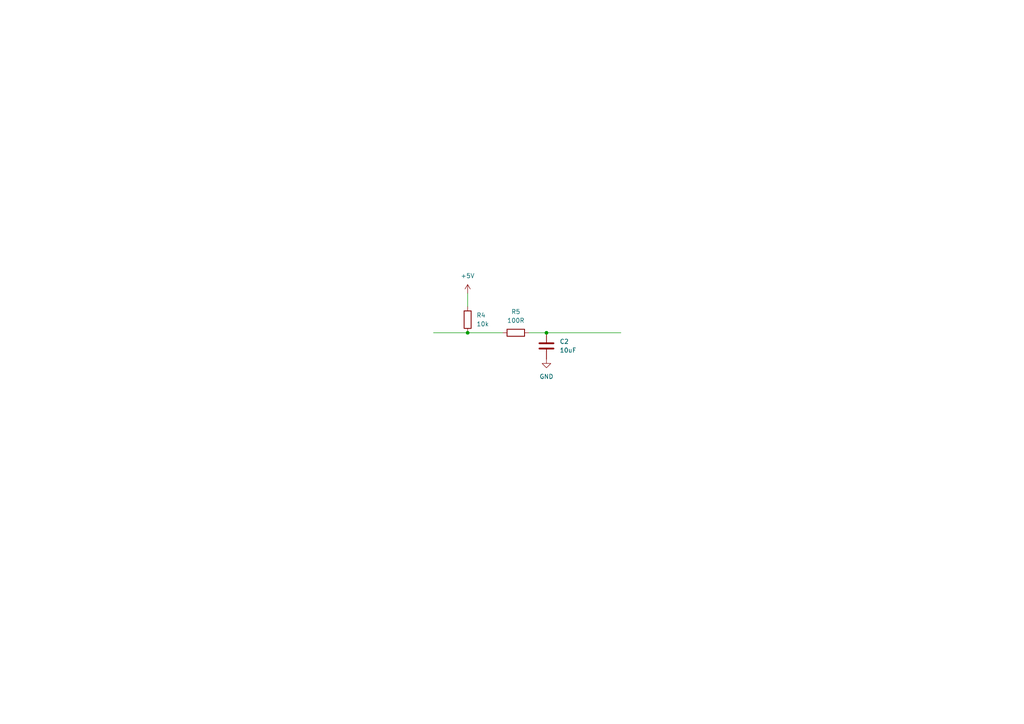
<source format=kicad_sch>
(kicad_sch (version 20230121) (generator eeschema)
  (paper "A4")
  (lib_symbols
    (symbol "Device:C" (pin_numbers hide) (pin_names (offset 0.254))
      (property "Reference" "C" (at 0.635 2.54 0))
      (property "Value" "C" (at 0.635 -2.54 0))
      (symbol "C_0_1"
        (polyline (pts (xy -2.032 -0.762) (xy 2.032 -0.762)) (stroke (width 0.508)))
        (polyline (pts (xy -2.032 0.762) (xy 2.032 0.762)) (stroke (width 0.508)))
      )
      (symbol "C_1_1"
        (pin passive line (at 0 3.81 270) (length 2.794) (name "~") (number "1"))
        (pin passive line (at 0 -3.81 90) (length 2.794) (name "~") (number "2"))
      )
    )
    (symbol "Device:R" (pin_numbers hide) (pin_names (offset 0))
      (property "Reference" "R" (at 2.032 0 90))
      (property "Value" "R" (at 0 0 90))
      (symbol "R_0_1"
        (rectangle (start -1.016 -2.54) (end 1.016 2.54) (stroke (width 0.254)))
      )
      (symbol "R_1_1"
        (pin passive line (at 0 3.81 270) (length 1.27) (name "~") (number "1"))
        (pin passive line (at 0 -3.81 90) (length 1.27) (name "~") (number "2"))
      )
    )
    (symbol "power:+5V" (power) (pin_names (offset 0))
      (property "Value" "+5V" (at 0 3.556 0))
      (symbol "+5V_0_1"
        (polyline (pts (xy -0.762 1.27) (xy 0 2.54)))
        (polyline (pts (xy 0 0) (xy 0 2.54)))
        (polyline (pts (xy 0 2.54) (xy 0.762 1.27)))
      )
      (symbol "+5V_1_1"
        (pin power_in line (at 0 0 90) (length 0) hide (name "+5V") (number "1"))
      )
    )
    (symbol "power:GND" (power) (pin_names (offset 0))
      (property "Value" "GND" (at 0 -3.81 0))
      (symbol "GND_0_1"
        (polyline (pts (xy 0 0) (xy 0 -1.27) (xy 1.27 -1.27) (xy 0 -2.54) (xy -1.27 -1.27) (xy 0 -1.27)))
      )
      (symbol "GND_1_1"
        (pin power_in line (at 0 0 270) (length 0) hide (name "GND") (number "1"))
      )
    )
  )
  (junction (at 158.496 96.52))
  (junction (at 135.636 96.52))
  (wire (pts (xy 135.636 85.09) (xy 135.636 88.9)))
  (wire (pts (xy 135.636 96.52) (xy 145.796 96.52)))
  (wire (pts (xy 153.416 96.52) (xy 158.496 96.52)))
  (wire (pts (xy 158.496 96.52) (xy 180.086 96.52)))
  (wire (pts (xy 125.73 96.52) (xy 135.636 96.52)))
  (symbol (lib_id "power:+5V") (at 135.636 85.09 0) (unit 1)
    (property "Reference" "#PWR017" (effects hide))
    (property "Value" "+5V" (at 135.636 80.01 0))
    (instances (project "NTC reader" (path "" (reference "#PWR017") (unit 1)) (path "" (reference "#PWR031") (unit 1)) (path "" (reference "#PWR067") (unit 1)) (path "" (reference "#PWR071") (unit 1)) (path "" (reference "#PWR055") (unit 1)) (path "" (reference "#PWR053") (unit 1)) (path "" (reference "#PWR069") (unit 1)) (path "" (reference "#PWR033") (unit 1)) (path "" (reference "#PWR035") (unit 1)) (path "" (reference "#PWR019") (unit 1)) (path "" (reference "#PWR023") (unit 1)) (path "" (reference "#PWR017") (unit 1)) (path "" (reference "#PWR059") (unit 1)) (path "" (reference "#PWR043") (unit 1)) (path "" (reference "#PWR029") (unit 1)) (path "" (reference "#PWR027") (unit 1)) (path "" (reference "#PWR061") (unit 1)) (path "" (reference "#PWR041") (unit 1)) (path "" (reference "#PWR025") (unit 1)) (path "" (reference "#PWR045") (unit 1)) (path "" (reference "#PWR049") (unit 1)) (path "" (reference "#PWR051") (unit 1)) (path "" (reference "#PWR047") (unit 1)) (path "" (reference "#PWR063") (unit 1)) (path "" (reference "#PWR065") (unit 1)) (path "" (reference "#PWR073") (unit 1)) (path "" (reference "#PWR057") (unit 1)) (path "" (reference "#PWR075") (unit 1)) (path "" (reference "#PWR077") (unit 1)) (path "" (reference "#PWR039") (unit 1)) (path "" (reference "#PWR037") (unit 1)) (path "" (reference "#PWR079") (unit 1)) (path "" (reference "#PWR021") (unit 1))) (project "Filters" (path "" (reference "#PWR01") (unit 1))))
  )
  (symbol (lib_id "Device:R") (at 149.606 96.52 90) (unit 1)
    (property "Reference" "R5" (at 149.606 90.424 90))
    (property "Value" "100R" (at 149.606 92.964 90))
    (property "Footprint" "PCM_Resistor_SMD_AKL:R_0603_1608Metric_Pad0.98x0.95mm_HandSolder" (effects hide))
    (instances (project "NTC reader" (path "" (reference "R5") (unit 1)) (path "" (reference "R19") (unit 1)) (path "" (reference "R55") (unit 1)) (path "" (reference "R59") (unit 1)) (path "" (reference "R43") (unit 1)) (path "" (reference "R41") (unit 1)) (path "" (reference "R57") (unit 1)) (path "" (reference "R21") (unit 1)) (path "" (reference "R23") (unit 1)) (path "" (reference "R7") (unit 1)) (path "" (reference "R11") (unit 1)) (path "" (reference "R5") (unit 1)) (path "" (reference "R47") (unit 1)) (path "" (reference "R31") (unit 1)) (path "" (reference "R17") (unit 1)) (path "" (reference "R15") (unit 1)) (path "" (reference "R49") (unit 1)) (path "" (reference "R29") (unit 1)) (path "" (reference "R13") (unit 1)) (path "" (reference "R33") (unit 1)) (path "" (reference "R37") (unit 1)) (path "" (reference "R39") (unit 1)) (path "" (reference "R35") (unit 1)) (path "" (reference "R51") (unit 1)) (path "" (reference "R53") (unit 1)) (path "" (reference "R61") (unit 1)) (path "" (reference "R45") (unit 1)) (path "" (reference "R63") (unit 1)) (path "" (reference "R65") (unit 1)) (path "" (reference "R27") (unit 1)) (path "" (reference "R25") (unit 1)) (path "" (reference "R67") (unit 1)) (path "" (reference "R9") (unit 1))) (project "Filters" (path "" (reference "R9") (unit 1))))
  )
  (symbol (lib_id "Device:R") (at 135.636 92.71 0) (unit 1)
    (property "Reference" "R4" (at 138.176 91.44 0) (effects (justify left)))
    (property "Value" "10k" (at 138.176 93.98 0) (effects (justify left)))
    (property "Footprint" "PCM_Resistor_SMD_AKL:R_0603_1608Metric_Pad0.98x0.95mm_HandSolder" (effects hide))
    (instances (project "NTC reader" (path "" (reference "R4") (unit 1)) (path "" (reference "R18") (unit 1)) (path "" (reference "R54") (unit 1)) (path "" (reference "R58") (unit 1)) (path "" (reference "R42") (unit 1)) (path "" (reference "R40") (unit 1)) (path "" (reference "R56") (unit 1)) (path "" (reference "R20") (unit 1)) (path "" (reference "R22") (unit 1)) (path "" (reference "R6") (unit 1)) (path "" (reference "R10") (unit 1)) (path "" (reference "R4") (unit 1)) (path "" (reference "R46") (unit 1)) (path "" (reference "R30") (unit 1)) (path "" (reference "R16") (unit 1)) (path "" (reference "R14") (unit 1)) (path "" (reference "R48") (unit 1)) (path "" (reference "R28") (unit 1)) (path "" (reference "R12") (unit 1)) (path "" (reference "R32") (unit 1)) (path "" (reference "R36") (unit 1)) (path "" (reference "R38") (unit 1)) (path "" (reference "R34") (unit 1)) (path "" (reference "R50") (unit 1)) (path "" (reference "R52") (unit 1)) (path "" (reference "R60") (unit 1)) (path "" (reference "R44") (unit 1)) (path "" (reference "R62") (unit 1)) (path "" (reference "R64") (unit 1)) (path "" (reference "R26") (unit 1)) (path "" (reference "R24") (unit 1)) (path "" (reference "R66") (unit 1)) (path "" (reference "R8") (unit 1))) (project "Filters" (path "" (reference "R1") (unit 1))))
  )
  (symbol (lib_id "power:GND") (at 158.496 104.14 0) (unit 1)
    (property "Reference" "#PWR018" (effects hide))
    (property "Value" "GND" (at 158.496 109.22 0))
    (instances (project "NTC reader" (path "" (reference "#PWR018") (unit 1)) (path "" (reference "#PWR032") (unit 1)) (path "" (reference "#PWR068") (unit 1)) (path "" (reference "#PWR072") (unit 1)) (path "" (reference "#PWR056") (unit 1)) (path "" (reference "#PWR054") (unit 1)) (path "" (reference "#PWR070") (unit 1)) (path "" (reference "#PWR034") (unit 1)) (path "" (reference "#PWR036") (unit 1)) (path "" (reference "#PWR020") (unit 1)) (path "" (reference "#PWR024") (unit 1)) (path "" (reference "#PWR018") (unit 1)) (path "" (reference "#PWR060") (unit 1)) (path "" (reference "#PWR044") (unit 1)) (path "" (reference "#PWR030") (unit 1)) (path "" (reference "#PWR028") (unit 1)) (path "" (reference "#PWR062") (unit 1)) (path "" (reference "#PWR042") (unit 1)) (path "" (reference "#PWR026") (unit 1)) (path "" (reference "#PWR046") (unit 1)) (path "" (reference "#PWR050") (unit 1)) (path "" (reference "#PWR052") (unit 1)) (path "" (reference "#PWR048") (unit 1)) (path "" (reference "#PWR064") (unit 1)) (path "" (reference "#PWR066") (unit 1)) (path "" (reference "#PWR074") (unit 1)) (path "" (reference "#PWR058") (unit 1)) (path "" (reference "#PWR076") (unit 1)) (path "" (reference "#PWR078") (unit 1)) (path "" (reference "#PWR040") (unit 1)) (path "" (reference "#PWR038") (unit 1)) (path "" (reference "#PWR080") (unit 1)) (path "" (reference "#PWR022") (unit 1))) (project "Filters" (path "" (reference "#PWR09") (unit 1))))
  )
  (symbol (lib_id "Device:C") (at 158.496 100.33 0) (unit 1)
    (property "Reference" "C2" (at 162.306 99.06 0) (effects (justify left)))
    (property "Value" "10uF" (at 162.306 101.6 0) (effects (justify left)))
    (property "Footprint" "Capacitor_SMD:C_0603_1608Metric_Pad1.08x0.95mm_HandSolder" (effects hide))
    (instances (project "NTC reader" (path "" (reference "C2") (unit 1)) (path "" (reference "C9") (unit 1)) (path "" (reference "C27") (unit 1)) (path "" (reference "C29") (unit 1)) (path "" (reference "C21") (unit 1)) (path "" (reference "C20") (unit 1)) (path "" (reference "C28") (unit 1)) (path "" (reference "C10") (unit 1)) (path "" (reference "C11") (unit 1)) (path "" (reference "C3") (unit 1)) (path "" (reference "C5") (unit 1)) (path "" (reference "C2") (unit 1)) (path "" (reference "C23") (unit 1)) (path "" (reference "C15") (unit 1)) (path "" (reference "C8") (unit 1)) (path "" (reference "C7") (unit 1)) (path "" (reference "C24") (unit 1)) (path "" (reference "C14") (unit 1)) (path "" (reference "C6") (unit 1)) (path "" (reference "C16") (unit 1)) (path "" (reference "C18") (unit 1)) (path "" (reference "C19") (unit 1)) (path "" (reference "C17") (unit 1)) (path "" (reference "C25") (unit 1)) (path "" (reference "C26") (unit 1)) (path "" (reference "C30") (unit 1)) (path "" (reference "C22") (unit 1)) (path "" (reference "C31") (unit 1)) (path "" (reference "C32") (unit 1)) (path "" (reference "C13") (unit 1)) (path "" (reference "C12") (unit 1)) (path "" (reference "C33") (unit 1)) (path "" (reference "C4") (unit 1))) (project "Filters" (path "" (reference "C1") (unit 1))))
  )
)
</source>
